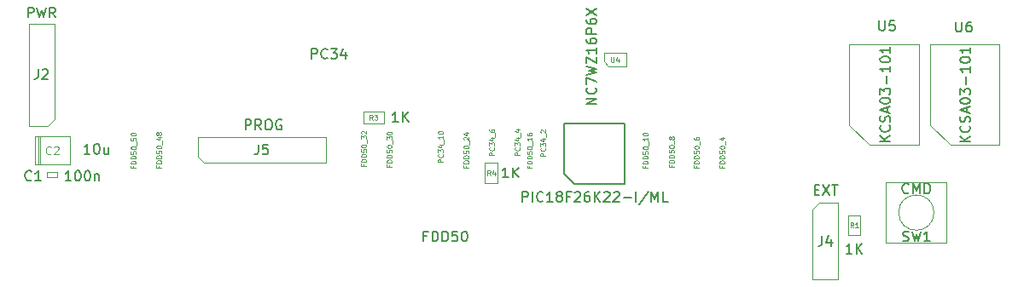
<source format=gbr>
G04 #@! TF.GenerationSoftware,KiCad,Pcbnew,(5.99.0-576-ga860ac506)*
G04 #@! TF.CreationDate,2020-08-23T19:59:58+02:00*
G04 #@! TF.ProjectId,50 pin to 34 pin Floppy Adapter,35302070-696e-4207-946f-203334207069,rev?*
G04 #@! TF.SameCoordinates,Original*
G04 #@! TF.FileFunction,AssemblyDrawing,Top*
%FSLAX46Y46*%
G04 Gerber Fmt 4.6, Leading zero omitted, Abs format (unit mm)*
G04 Created by KiCad (PCBNEW (5.99.0-576-ga860ac506)) date 2020-08-23 19:59:58*
%MOMM*%
%LPD*%
G04 APERTURE LIST*
%ADD10C,0.100000*%
%ADD11C,0.150000*%
%ADD12C,0.075000*%
%ADD13C,0.050000*%
%ADD14C,0.120000*%
G04 APERTURE END LIST*
D10*
X79672000Y-25638500D02*
X80172000Y-26138500D01*
X81872000Y-24788500D02*
X81872000Y-26138500D01*
X79672000Y-24788500D02*
X81872000Y-24788500D01*
X80172000Y-26138500D02*
X81872000Y-26138500D01*
X79672000Y-24788500D02*
X79672000Y-25638500D01*
X23730500Y-33080500D02*
X23730500Y-35880500D01*
X23555500Y-33080500D02*
X23555500Y-35880500D01*
X26705500Y-33080500D02*
X23205500Y-33080500D01*
X26705500Y-35880500D02*
X26705500Y-33080500D01*
X23205500Y-35880500D02*
X26705500Y-35880500D01*
X23205500Y-33080500D02*
X23205500Y-35880500D01*
X24455500Y-36580000D02*
X25455500Y-36580000D01*
X25455500Y-36580000D02*
X25455500Y-37080000D01*
X25455500Y-37080000D02*
X24455500Y-37080000D01*
X24455500Y-37080000D02*
X24455500Y-36580000D01*
X40005000Y-35687000D02*
X39370000Y-35052000D01*
X52070000Y-35687000D02*
X40005000Y-35687000D01*
X52070000Y-33147000D02*
X52070000Y-35687000D01*
X39370000Y-33147000D02*
X52070000Y-33147000D01*
X39370000Y-35052000D02*
X39370000Y-33147000D01*
X69136500Y-35705500D02*
X69136500Y-37705500D01*
X69136500Y-37705500D02*
X67896500Y-37705500D01*
X67896500Y-37705500D02*
X67896500Y-35705500D01*
X67896500Y-35705500D02*
X69136500Y-35705500D01*
X57832500Y-31798500D02*
X55832500Y-31798500D01*
X55832500Y-31798500D02*
X55832500Y-30558500D01*
X55832500Y-30558500D02*
X57832500Y-30558500D01*
X57832500Y-30558500D02*
X57832500Y-31798500D01*
X103901000Y-42910000D02*
X103901000Y-40910000D01*
X103901000Y-40910000D02*
X105141000Y-40910000D01*
X105141000Y-40910000D02*
X105141000Y-42910000D01*
X105141000Y-42910000D02*
X103901000Y-42910000D01*
X112050000Y-23919500D02*
X118950000Y-23919500D01*
X112050000Y-31919500D02*
X112050000Y-23919500D01*
X114050000Y-33919500D02*
X112050000Y-31919500D01*
X118950000Y-33919500D02*
X114050000Y-33919500D01*
X118950000Y-23919500D02*
X118950000Y-33919500D01*
X104049000Y-23919500D02*
X110949000Y-23919500D01*
X104049000Y-31919500D02*
X104049000Y-23919500D01*
X106049000Y-33919500D02*
X104049000Y-31919500D01*
X110949000Y-33919500D02*
X106049000Y-33919500D01*
X110949000Y-23919500D02*
X110949000Y-33919500D01*
X113680500Y-43640000D02*
X113680500Y-37640000D01*
X113680500Y-37640000D02*
X107680500Y-37640000D01*
X107680500Y-37640000D02*
X107680500Y-43640000D01*
X107680500Y-43640000D02*
X113680500Y-43640000D01*
X112431214Y-40640000D02*
G75*
G03*
X112431214Y-40640000I-1750714J0D01*
G01*
D11*
X75716750Y-36774750D02*
X75716750Y-31774750D01*
X75716750Y-31774750D02*
X81716750Y-31774750D01*
X81716750Y-31774750D02*
X81716750Y-37774750D01*
X81716750Y-37774750D02*
X76716750Y-37774750D01*
X76716750Y-37774750D02*
X75716750Y-36774750D01*
D10*
X25146000Y-31369000D02*
X24511000Y-32004000D01*
X25146000Y-21844000D02*
X25146000Y-31369000D01*
X22606000Y-21844000D02*
X25146000Y-21844000D01*
X22606000Y-32004000D02*
X22606000Y-21844000D01*
X24511000Y-32004000D02*
X22606000Y-32004000D01*
X100393500Y-40322500D02*
X101028500Y-39687500D01*
X100393500Y-47307500D02*
X100393500Y-40322500D01*
X102933500Y-47307500D02*
X100393500Y-47307500D01*
X102933500Y-39687500D02*
X102933500Y-47307500D01*
X101028500Y-39687500D02*
X102933500Y-39687500D01*
D11*
X78938380Y-29860285D02*
X77938380Y-29860285D01*
X78938380Y-29288857D01*
X77938380Y-29288857D01*
X78843142Y-28241238D02*
X78890761Y-28288857D01*
X78938380Y-28431714D01*
X78938380Y-28526952D01*
X78890761Y-28669809D01*
X78795523Y-28765047D01*
X78700285Y-28812666D01*
X78509809Y-28860285D01*
X78366952Y-28860285D01*
X78176476Y-28812666D01*
X78081238Y-28765047D01*
X77986000Y-28669809D01*
X77938380Y-28526952D01*
X77938380Y-28431714D01*
X77986000Y-28288857D01*
X78033619Y-28241238D01*
X77938380Y-27907904D02*
X77938380Y-27241238D01*
X78938380Y-27669809D01*
X77938380Y-26955523D02*
X78938380Y-26717428D01*
X78224095Y-26526952D01*
X78938380Y-26336476D01*
X77938380Y-26098380D01*
X77938380Y-25812666D02*
X77938380Y-25146000D01*
X78938380Y-25812666D01*
X78938380Y-25146000D01*
X78938380Y-24241238D02*
X78938380Y-24812666D01*
X78938380Y-24526952D02*
X77938380Y-24526952D01*
X78081238Y-24622190D01*
X78176476Y-24717428D01*
X78224095Y-24812666D01*
X77938380Y-23384095D02*
X77938380Y-23574571D01*
X77986000Y-23669809D01*
X78033619Y-23717428D01*
X78176476Y-23812666D01*
X78366952Y-23860285D01*
X78747904Y-23860285D01*
X78843142Y-23812666D01*
X78890761Y-23765047D01*
X78938380Y-23669809D01*
X78938380Y-23479333D01*
X78890761Y-23384095D01*
X78843142Y-23336476D01*
X78747904Y-23288857D01*
X78509809Y-23288857D01*
X78414571Y-23336476D01*
X78366952Y-23384095D01*
X78319333Y-23479333D01*
X78319333Y-23669809D01*
X78366952Y-23765047D01*
X78414571Y-23812666D01*
X78509809Y-23860285D01*
X78938380Y-22860285D02*
X77938380Y-22860285D01*
X77938380Y-22479333D01*
X77986000Y-22384095D01*
X78033619Y-22336476D01*
X78128857Y-22288857D01*
X78271714Y-22288857D01*
X78366952Y-22336476D01*
X78414571Y-22384095D01*
X78462190Y-22479333D01*
X78462190Y-22860285D01*
X77938380Y-21431714D02*
X77938380Y-21622190D01*
X77986000Y-21717428D01*
X78033619Y-21765047D01*
X78176476Y-21860285D01*
X78366952Y-21907904D01*
X78747904Y-21907904D01*
X78843142Y-21860285D01*
X78890761Y-21812666D01*
X78938380Y-21717428D01*
X78938380Y-21526952D01*
X78890761Y-21431714D01*
X78843142Y-21384095D01*
X78747904Y-21336476D01*
X78509809Y-21336476D01*
X78414571Y-21384095D01*
X78366952Y-21431714D01*
X78319333Y-21526952D01*
X78319333Y-21717428D01*
X78366952Y-21812666D01*
X78414571Y-21860285D01*
X78509809Y-21907904D01*
X77938380Y-21003142D02*
X78938380Y-20336476D01*
X77938380Y-20336476D02*
X78938380Y-21003142D01*
D12*
X80391047Y-25189690D02*
X80391047Y-25594452D01*
X80414857Y-25642071D01*
X80438666Y-25665880D01*
X80486285Y-25689690D01*
X80581523Y-25689690D01*
X80629142Y-25665880D01*
X80652952Y-25642071D01*
X80676761Y-25594452D01*
X80676761Y-25189690D01*
X81129142Y-25356357D02*
X81129142Y-25689690D01*
X81010095Y-25165880D02*
X80891047Y-25523023D01*
X81200571Y-25523023D01*
D13*
X71346190Y-34940714D02*
X70846190Y-34940714D01*
X70846190Y-34750238D01*
X70870000Y-34702619D01*
X70893809Y-34678809D01*
X70941428Y-34655000D01*
X71012857Y-34655000D01*
X71060476Y-34678809D01*
X71084285Y-34702619D01*
X71108095Y-34750238D01*
X71108095Y-34940714D01*
X71298571Y-34155000D02*
X71322380Y-34178809D01*
X71346190Y-34250238D01*
X71346190Y-34297857D01*
X71322380Y-34369285D01*
X71274761Y-34416904D01*
X71227142Y-34440714D01*
X71131904Y-34464523D01*
X71060476Y-34464523D01*
X70965238Y-34440714D01*
X70917619Y-34416904D01*
X70870000Y-34369285D01*
X70846190Y-34297857D01*
X70846190Y-34250238D01*
X70870000Y-34178809D01*
X70893809Y-34155000D01*
X70846190Y-33988333D02*
X70846190Y-33678809D01*
X71036666Y-33845476D01*
X71036666Y-33774047D01*
X71060476Y-33726428D01*
X71084285Y-33702619D01*
X71131904Y-33678809D01*
X71250952Y-33678809D01*
X71298571Y-33702619D01*
X71322380Y-33726428D01*
X71346190Y-33774047D01*
X71346190Y-33916904D01*
X71322380Y-33964523D01*
X71298571Y-33988333D01*
X71012857Y-33250238D02*
X71346190Y-33250238D01*
X70822380Y-33369285D02*
X71179523Y-33488333D01*
X71179523Y-33178809D01*
X71393809Y-33107380D02*
X71393809Y-32726428D01*
X71012857Y-32393095D02*
X71346190Y-32393095D01*
X70822380Y-32512142D02*
X71179523Y-32631190D01*
X71179523Y-32321666D01*
D11*
X62134976Y-42981571D02*
X61801642Y-42981571D01*
X61801642Y-43505380D02*
X61801642Y-42505380D01*
X62277833Y-42505380D01*
X62658785Y-43505380D02*
X62658785Y-42505380D01*
X62896880Y-42505380D01*
X63039738Y-42553000D01*
X63134976Y-42648238D01*
X63182595Y-42743476D01*
X63230214Y-42933952D01*
X63230214Y-43076809D01*
X63182595Y-43267285D01*
X63134976Y-43362523D01*
X63039738Y-43457761D01*
X62896880Y-43505380D01*
X62658785Y-43505380D01*
X63658785Y-43505380D02*
X63658785Y-42505380D01*
X63896880Y-42505380D01*
X64039738Y-42553000D01*
X64134976Y-42648238D01*
X64182595Y-42743476D01*
X64230214Y-42933952D01*
X64230214Y-43076809D01*
X64182595Y-43267285D01*
X64134976Y-43362523D01*
X64039738Y-43457761D01*
X63896880Y-43505380D01*
X63658785Y-43505380D01*
X65134976Y-42505380D02*
X64658785Y-42505380D01*
X64611166Y-42981571D01*
X64658785Y-42933952D01*
X64754023Y-42886333D01*
X64992119Y-42886333D01*
X65087357Y-42933952D01*
X65134976Y-42981571D01*
X65182595Y-43076809D01*
X65182595Y-43314904D01*
X65134976Y-43410142D01*
X65087357Y-43457761D01*
X64992119Y-43505380D01*
X64754023Y-43505380D01*
X64658785Y-43457761D01*
X64611166Y-43410142D01*
X65801642Y-42505380D02*
X65896880Y-42505380D01*
X65992119Y-42553000D01*
X66039738Y-42600619D01*
X66087357Y-42695857D01*
X66134976Y-42886333D01*
X66134976Y-43124428D01*
X66087357Y-43314904D01*
X66039738Y-43410142D01*
X65992119Y-43457761D01*
X65896880Y-43505380D01*
X65801642Y-43505380D01*
X65706404Y-43457761D01*
X65658785Y-43410142D01*
X65611166Y-43314904D01*
X65563547Y-43124428D01*
X65563547Y-42886333D01*
X65611166Y-42695857D01*
X65658785Y-42600619D01*
X65706404Y-42553000D01*
X65801642Y-42505380D01*
X28694142Y-34805880D02*
X28122714Y-34805880D01*
X28408428Y-34805880D02*
X28408428Y-33805880D01*
X28313190Y-33948738D01*
X28217952Y-34043976D01*
X28122714Y-34091595D01*
X29313190Y-33805880D02*
X29408428Y-33805880D01*
X29503666Y-33853500D01*
X29551285Y-33901119D01*
X29598904Y-33996357D01*
X29646523Y-34186833D01*
X29646523Y-34424928D01*
X29598904Y-34615404D01*
X29551285Y-34710642D01*
X29503666Y-34758261D01*
X29408428Y-34805880D01*
X29313190Y-34805880D01*
X29217952Y-34758261D01*
X29170333Y-34710642D01*
X29122714Y-34615404D01*
X29075095Y-34424928D01*
X29075095Y-34186833D01*
X29122714Y-33996357D01*
X29170333Y-33901119D01*
X29217952Y-33853500D01*
X29313190Y-33805880D01*
X30503666Y-34139214D02*
X30503666Y-34805880D01*
X30075095Y-34139214D02*
X30075095Y-34663023D01*
X30122714Y-34758261D01*
X30217952Y-34805880D01*
X30360809Y-34805880D01*
X30456047Y-34758261D01*
X30503666Y-34710642D01*
D14*
X24822166Y-34766214D02*
X24784071Y-34804309D01*
X24669785Y-34842404D01*
X24593595Y-34842404D01*
X24479309Y-34804309D01*
X24403119Y-34728119D01*
X24365023Y-34651928D01*
X24326928Y-34499547D01*
X24326928Y-34385261D01*
X24365023Y-34232880D01*
X24403119Y-34156690D01*
X24479309Y-34080500D01*
X24593595Y-34042404D01*
X24669785Y-34042404D01*
X24784071Y-34080500D01*
X24822166Y-34118595D01*
X25126928Y-34118595D02*
X25165023Y-34080500D01*
X25241214Y-34042404D01*
X25431690Y-34042404D01*
X25507880Y-34080500D01*
X25545976Y-34118595D01*
X25584071Y-34194785D01*
X25584071Y-34270976D01*
X25545976Y-34385261D01*
X25088833Y-34842404D01*
X25584071Y-34842404D01*
D11*
X26820952Y-37472880D02*
X26249523Y-37472880D01*
X26535238Y-37472880D02*
X26535238Y-36472880D01*
X26440000Y-36615738D01*
X26344761Y-36710976D01*
X26249523Y-36758595D01*
X27440000Y-36472880D02*
X27535238Y-36472880D01*
X27630476Y-36520500D01*
X27678095Y-36568119D01*
X27725714Y-36663357D01*
X27773333Y-36853833D01*
X27773333Y-37091928D01*
X27725714Y-37282404D01*
X27678095Y-37377642D01*
X27630476Y-37425261D01*
X27535238Y-37472880D01*
X27440000Y-37472880D01*
X27344761Y-37425261D01*
X27297142Y-37377642D01*
X27249523Y-37282404D01*
X27201904Y-37091928D01*
X27201904Y-36853833D01*
X27249523Y-36663357D01*
X27297142Y-36568119D01*
X27344761Y-36520500D01*
X27440000Y-36472880D01*
X28392380Y-36472880D02*
X28487619Y-36472880D01*
X28582857Y-36520500D01*
X28630476Y-36568119D01*
X28678095Y-36663357D01*
X28725714Y-36853833D01*
X28725714Y-37091928D01*
X28678095Y-37282404D01*
X28630476Y-37377642D01*
X28582857Y-37425261D01*
X28487619Y-37472880D01*
X28392380Y-37472880D01*
X28297142Y-37425261D01*
X28249523Y-37377642D01*
X28201904Y-37282404D01*
X28154285Y-37091928D01*
X28154285Y-36853833D01*
X28201904Y-36663357D01*
X28249523Y-36568119D01*
X28297142Y-36520500D01*
X28392380Y-36472880D01*
X29154285Y-36806214D02*
X29154285Y-37472880D01*
X29154285Y-36901452D02*
X29201904Y-36853833D01*
X29297142Y-36806214D01*
X29440000Y-36806214D01*
X29535238Y-36853833D01*
X29582857Y-36949071D01*
X29582857Y-37472880D01*
X22883833Y-37377642D02*
X22836214Y-37425261D01*
X22693357Y-37472880D01*
X22598119Y-37472880D01*
X22455261Y-37425261D01*
X22360023Y-37330023D01*
X22312404Y-37234785D01*
X22264785Y-37044309D01*
X22264785Y-36901452D01*
X22312404Y-36710976D01*
X22360023Y-36615738D01*
X22455261Y-36520500D01*
X22598119Y-36472880D01*
X22693357Y-36472880D01*
X22836214Y-36520500D01*
X22883833Y-36568119D01*
X23836214Y-37472880D02*
X23264785Y-37472880D01*
X23550500Y-37472880D02*
X23550500Y-36472880D01*
X23455261Y-36615738D01*
X23360023Y-36710976D01*
X23264785Y-36758595D01*
X44124785Y-32392880D02*
X44124785Y-31392880D01*
X44505738Y-31392880D01*
X44600976Y-31440500D01*
X44648595Y-31488119D01*
X44696214Y-31583357D01*
X44696214Y-31726214D01*
X44648595Y-31821452D01*
X44600976Y-31869071D01*
X44505738Y-31916690D01*
X44124785Y-31916690D01*
X45696214Y-32392880D02*
X45362880Y-31916690D01*
X45124785Y-32392880D02*
X45124785Y-31392880D01*
X45505738Y-31392880D01*
X45600976Y-31440500D01*
X45648595Y-31488119D01*
X45696214Y-31583357D01*
X45696214Y-31726214D01*
X45648595Y-31821452D01*
X45600976Y-31869071D01*
X45505738Y-31916690D01*
X45124785Y-31916690D01*
X46315261Y-31392880D02*
X46505738Y-31392880D01*
X46600976Y-31440500D01*
X46696214Y-31535738D01*
X46743833Y-31726214D01*
X46743833Y-32059547D01*
X46696214Y-32250023D01*
X46600976Y-32345261D01*
X46505738Y-32392880D01*
X46315261Y-32392880D01*
X46220023Y-32345261D01*
X46124785Y-32250023D01*
X46077166Y-32059547D01*
X46077166Y-31726214D01*
X46124785Y-31535738D01*
X46220023Y-31440500D01*
X46315261Y-31392880D01*
X47696214Y-31440500D02*
X47600976Y-31392880D01*
X47458119Y-31392880D01*
X47315261Y-31440500D01*
X47220023Y-31535738D01*
X47172404Y-31630976D01*
X47124785Y-31821452D01*
X47124785Y-31964309D01*
X47172404Y-32154785D01*
X47220023Y-32250023D01*
X47315261Y-32345261D01*
X47458119Y-32392880D01*
X47553357Y-32392880D01*
X47696214Y-32345261D01*
X47743833Y-32297642D01*
X47743833Y-31964309D01*
X47553357Y-31964309D01*
X45386666Y-33869380D02*
X45386666Y-34583666D01*
X45339047Y-34726523D01*
X45243809Y-34821761D01*
X45100952Y-34869380D01*
X45005714Y-34869380D01*
X46339047Y-33869380D02*
X45862857Y-33869380D01*
X45815238Y-34345571D01*
X45862857Y-34297952D01*
X45958095Y-34250333D01*
X46196190Y-34250333D01*
X46291428Y-34297952D01*
X46339047Y-34345571D01*
X46386666Y-34440809D01*
X46386666Y-34678904D01*
X46339047Y-34774142D01*
X46291428Y-34821761D01*
X46196190Y-34869380D01*
X45958095Y-34869380D01*
X45862857Y-34821761D01*
X45815238Y-34774142D01*
X70207214Y-37157880D02*
X69635785Y-37157880D01*
X69921500Y-37157880D02*
X69921500Y-36157880D01*
X69826261Y-36300738D01*
X69731023Y-36395976D01*
X69635785Y-36443595D01*
X70635785Y-37157880D02*
X70635785Y-36157880D01*
X71207214Y-37157880D02*
X70778642Y-36586452D01*
X71207214Y-36157880D02*
X70635785Y-36729309D01*
D12*
X68433166Y-36931690D02*
X68266500Y-36693595D01*
X68147452Y-36931690D02*
X68147452Y-36431690D01*
X68337928Y-36431690D01*
X68385547Y-36455500D01*
X68409357Y-36479309D01*
X68433166Y-36526928D01*
X68433166Y-36598357D01*
X68409357Y-36645976D01*
X68385547Y-36669785D01*
X68337928Y-36693595D01*
X68147452Y-36693595D01*
X68861738Y-36598357D02*
X68861738Y-36931690D01*
X68742690Y-36407880D02*
X68623642Y-36765023D01*
X68933166Y-36765023D01*
D11*
X59285214Y-31630880D02*
X58713785Y-31630880D01*
X58999500Y-31630880D02*
X58999500Y-30630880D01*
X58904261Y-30773738D01*
X58809023Y-30868976D01*
X58713785Y-30916595D01*
X59713785Y-31630880D02*
X59713785Y-30630880D01*
X60285214Y-31630880D02*
X59856642Y-31059452D01*
X60285214Y-30630880D02*
X59713785Y-31202309D01*
D12*
X56749166Y-31404690D02*
X56582500Y-31166595D01*
X56463452Y-31404690D02*
X56463452Y-30904690D01*
X56653928Y-30904690D01*
X56701547Y-30928500D01*
X56725357Y-30952309D01*
X56749166Y-30999928D01*
X56749166Y-31071357D01*
X56725357Y-31118976D01*
X56701547Y-31142785D01*
X56653928Y-31166595D01*
X56463452Y-31166595D01*
X56915833Y-30904690D02*
X57225357Y-30904690D01*
X57058690Y-31095166D01*
X57130119Y-31095166D01*
X57177738Y-31118976D01*
X57201547Y-31142785D01*
X57225357Y-31190404D01*
X57225357Y-31309452D01*
X57201547Y-31357071D01*
X57177738Y-31380880D01*
X57130119Y-31404690D01*
X56987261Y-31404690D01*
X56939642Y-31380880D01*
X56915833Y-31357071D01*
D11*
X104306714Y-44711880D02*
X103735285Y-44711880D01*
X104021000Y-44711880D02*
X104021000Y-43711880D01*
X103925761Y-43854738D01*
X103830523Y-43949976D01*
X103735285Y-43997595D01*
X104735285Y-44711880D02*
X104735285Y-43711880D01*
X105306714Y-44711880D02*
X104878142Y-44140452D01*
X105306714Y-43711880D02*
X104735285Y-44283309D01*
D12*
X104437666Y-42136190D02*
X104271000Y-41898095D01*
X104151952Y-42136190D02*
X104151952Y-41636190D01*
X104342428Y-41636190D01*
X104390047Y-41660000D01*
X104413857Y-41683809D01*
X104437666Y-41731428D01*
X104437666Y-41802857D01*
X104413857Y-41850476D01*
X104390047Y-41874285D01*
X104342428Y-41898095D01*
X104151952Y-41898095D01*
X104913857Y-42136190D02*
X104628142Y-42136190D01*
X104771000Y-42136190D02*
X104771000Y-41636190D01*
X104723380Y-41707619D01*
X104675761Y-41755238D01*
X104628142Y-41779047D01*
D11*
X116022380Y-33596166D02*
X115022380Y-33596166D01*
X116022380Y-33024738D02*
X115450952Y-33453309D01*
X115022380Y-33024738D02*
X115593809Y-33596166D01*
X115927142Y-32024738D02*
X115974761Y-32072357D01*
X116022380Y-32215214D01*
X116022380Y-32310452D01*
X115974761Y-32453309D01*
X115879523Y-32548547D01*
X115784285Y-32596166D01*
X115593809Y-32643785D01*
X115450952Y-32643785D01*
X115260476Y-32596166D01*
X115165238Y-32548547D01*
X115070000Y-32453309D01*
X115022380Y-32310452D01*
X115022380Y-32215214D01*
X115070000Y-32072357D01*
X115117619Y-32024738D01*
X115974761Y-31643785D02*
X116022380Y-31500928D01*
X116022380Y-31262833D01*
X115974761Y-31167595D01*
X115927142Y-31119976D01*
X115831904Y-31072357D01*
X115736666Y-31072357D01*
X115641428Y-31119976D01*
X115593809Y-31167595D01*
X115546190Y-31262833D01*
X115498571Y-31453309D01*
X115450952Y-31548547D01*
X115403333Y-31596166D01*
X115308095Y-31643785D01*
X115212857Y-31643785D01*
X115117619Y-31596166D01*
X115070000Y-31548547D01*
X115022380Y-31453309D01*
X115022380Y-31215214D01*
X115070000Y-31072357D01*
X115736666Y-30691404D02*
X115736666Y-30215214D01*
X116022380Y-30786642D02*
X115022380Y-30453309D01*
X116022380Y-30119976D01*
X115022380Y-29596166D02*
X115022380Y-29500928D01*
X115070000Y-29405690D01*
X115117619Y-29358071D01*
X115212857Y-29310452D01*
X115403333Y-29262833D01*
X115641428Y-29262833D01*
X115831904Y-29310452D01*
X115927142Y-29358071D01*
X115974761Y-29405690D01*
X116022380Y-29500928D01*
X116022380Y-29596166D01*
X115974761Y-29691404D01*
X115927142Y-29739023D01*
X115831904Y-29786642D01*
X115641428Y-29834261D01*
X115403333Y-29834261D01*
X115212857Y-29786642D01*
X115117619Y-29739023D01*
X115070000Y-29691404D01*
X115022380Y-29596166D01*
X115022380Y-28929500D02*
X115022380Y-28310452D01*
X115403333Y-28643785D01*
X115403333Y-28500928D01*
X115450952Y-28405690D01*
X115498571Y-28358071D01*
X115593809Y-28310452D01*
X115831904Y-28310452D01*
X115927142Y-28358071D01*
X115974761Y-28405690D01*
X116022380Y-28500928D01*
X116022380Y-28786642D01*
X115974761Y-28881880D01*
X115927142Y-28929500D01*
X115641428Y-27881880D02*
X115641428Y-27119976D01*
X116022380Y-26119976D02*
X116022380Y-26691404D01*
X116022380Y-26405690D02*
X115022380Y-26405690D01*
X115165238Y-26500928D01*
X115260476Y-26596166D01*
X115308095Y-26691404D01*
X115022380Y-25500928D02*
X115022380Y-25405690D01*
X115070000Y-25310452D01*
X115117619Y-25262833D01*
X115212857Y-25215214D01*
X115403333Y-25167595D01*
X115641428Y-25167595D01*
X115831904Y-25215214D01*
X115927142Y-25262833D01*
X115974761Y-25310452D01*
X116022380Y-25405690D01*
X116022380Y-25500928D01*
X115974761Y-25596166D01*
X115927142Y-25643785D01*
X115831904Y-25691404D01*
X115641428Y-25739023D01*
X115403333Y-25739023D01*
X115212857Y-25691404D01*
X115117619Y-25643785D01*
X115070000Y-25596166D01*
X115022380Y-25500928D01*
X116022380Y-24215214D02*
X116022380Y-24786642D01*
X116022380Y-24500928D02*
X115022380Y-24500928D01*
X115165238Y-24596166D01*
X115260476Y-24691404D01*
X115308095Y-24786642D01*
X114617595Y-21677380D02*
X114617595Y-22486904D01*
X114665214Y-22582142D01*
X114712833Y-22629761D01*
X114808071Y-22677380D01*
X114998547Y-22677380D01*
X115093785Y-22629761D01*
X115141404Y-22582142D01*
X115189023Y-22486904D01*
X115189023Y-21677380D01*
X116093785Y-21677380D02*
X115903309Y-21677380D01*
X115808071Y-21725000D01*
X115760452Y-21772619D01*
X115665214Y-21915476D01*
X115617595Y-22105952D01*
X115617595Y-22486904D01*
X115665214Y-22582142D01*
X115712833Y-22629761D01*
X115808071Y-22677380D01*
X115998547Y-22677380D01*
X116093785Y-22629761D01*
X116141404Y-22582142D01*
X116189023Y-22486904D01*
X116189023Y-22248809D01*
X116141404Y-22153571D01*
X116093785Y-22105952D01*
X115998547Y-22058333D01*
X115808071Y-22058333D01*
X115712833Y-22105952D01*
X115665214Y-22153571D01*
X115617595Y-22248809D01*
X108084880Y-33559166D02*
X107084880Y-33559166D01*
X108084880Y-32987738D02*
X107513452Y-33416309D01*
X107084880Y-32987738D02*
X107656309Y-33559166D01*
X107989642Y-31987738D02*
X108037261Y-32035357D01*
X108084880Y-32178214D01*
X108084880Y-32273452D01*
X108037261Y-32416309D01*
X107942023Y-32511547D01*
X107846785Y-32559166D01*
X107656309Y-32606785D01*
X107513452Y-32606785D01*
X107322976Y-32559166D01*
X107227738Y-32511547D01*
X107132500Y-32416309D01*
X107084880Y-32273452D01*
X107084880Y-32178214D01*
X107132500Y-32035357D01*
X107180119Y-31987738D01*
X108037261Y-31606785D02*
X108084880Y-31463928D01*
X108084880Y-31225833D01*
X108037261Y-31130595D01*
X107989642Y-31082976D01*
X107894404Y-31035357D01*
X107799166Y-31035357D01*
X107703928Y-31082976D01*
X107656309Y-31130595D01*
X107608690Y-31225833D01*
X107561071Y-31416309D01*
X107513452Y-31511547D01*
X107465833Y-31559166D01*
X107370595Y-31606785D01*
X107275357Y-31606785D01*
X107180119Y-31559166D01*
X107132500Y-31511547D01*
X107084880Y-31416309D01*
X107084880Y-31178214D01*
X107132500Y-31035357D01*
X107799166Y-30654404D02*
X107799166Y-30178214D01*
X108084880Y-30749642D02*
X107084880Y-30416309D01*
X108084880Y-30082976D01*
X107084880Y-29559166D02*
X107084880Y-29463928D01*
X107132500Y-29368690D01*
X107180119Y-29321071D01*
X107275357Y-29273452D01*
X107465833Y-29225833D01*
X107703928Y-29225833D01*
X107894404Y-29273452D01*
X107989642Y-29321071D01*
X108037261Y-29368690D01*
X108084880Y-29463928D01*
X108084880Y-29559166D01*
X108037261Y-29654404D01*
X107989642Y-29702023D01*
X107894404Y-29749642D01*
X107703928Y-29797261D01*
X107465833Y-29797261D01*
X107275357Y-29749642D01*
X107180119Y-29702023D01*
X107132500Y-29654404D01*
X107084880Y-29559166D01*
X107084880Y-28892500D02*
X107084880Y-28273452D01*
X107465833Y-28606785D01*
X107465833Y-28463928D01*
X107513452Y-28368690D01*
X107561071Y-28321071D01*
X107656309Y-28273452D01*
X107894404Y-28273452D01*
X107989642Y-28321071D01*
X108037261Y-28368690D01*
X108084880Y-28463928D01*
X108084880Y-28749642D01*
X108037261Y-28844880D01*
X107989642Y-28892500D01*
X107703928Y-27844880D02*
X107703928Y-27082976D01*
X108084880Y-26082976D02*
X108084880Y-26654404D01*
X108084880Y-26368690D02*
X107084880Y-26368690D01*
X107227738Y-26463928D01*
X107322976Y-26559166D01*
X107370595Y-26654404D01*
X107084880Y-25463928D02*
X107084880Y-25368690D01*
X107132500Y-25273452D01*
X107180119Y-25225833D01*
X107275357Y-25178214D01*
X107465833Y-25130595D01*
X107703928Y-25130595D01*
X107894404Y-25178214D01*
X107989642Y-25225833D01*
X108037261Y-25273452D01*
X108084880Y-25368690D01*
X108084880Y-25463928D01*
X108037261Y-25559166D01*
X107989642Y-25606785D01*
X107894404Y-25654404D01*
X107703928Y-25702023D01*
X107465833Y-25702023D01*
X107275357Y-25654404D01*
X107180119Y-25606785D01*
X107132500Y-25559166D01*
X107084880Y-25463928D01*
X108084880Y-24178214D02*
X108084880Y-24749642D01*
X108084880Y-24463928D02*
X107084880Y-24463928D01*
X107227738Y-24559166D01*
X107322976Y-24654404D01*
X107370595Y-24749642D01*
X106997595Y-21550380D02*
X106997595Y-22359904D01*
X107045214Y-22455142D01*
X107092833Y-22502761D01*
X107188071Y-22550380D01*
X107378547Y-22550380D01*
X107473785Y-22502761D01*
X107521404Y-22455142D01*
X107569023Y-22359904D01*
X107569023Y-21550380D01*
X108521404Y-21550380D02*
X108045214Y-21550380D01*
X107997595Y-22026571D01*
X108045214Y-21978952D01*
X108140452Y-21931333D01*
X108378547Y-21931333D01*
X108473785Y-21978952D01*
X108521404Y-22026571D01*
X108569023Y-22121809D01*
X108569023Y-22359904D01*
X108521404Y-22455142D01*
X108473785Y-22502761D01*
X108378547Y-22550380D01*
X108140452Y-22550380D01*
X108045214Y-22502761D01*
X107997595Y-22455142D01*
X109918595Y-38647642D02*
X109870976Y-38695261D01*
X109728119Y-38742880D01*
X109632880Y-38742880D01*
X109490023Y-38695261D01*
X109394785Y-38600023D01*
X109347166Y-38504785D01*
X109299547Y-38314309D01*
X109299547Y-38171452D01*
X109347166Y-37980976D01*
X109394785Y-37885738D01*
X109490023Y-37790500D01*
X109632880Y-37742880D01*
X109728119Y-37742880D01*
X109870976Y-37790500D01*
X109918595Y-37838119D01*
X110347166Y-38742880D02*
X110347166Y-37742880D01*
X110680500Y-38457166D01*
X111013833Y-37742880D01*
X111013833Y-38742880D01*
X111490023Y-38742880D02*
X111490023Y-37742880D01*
X111728119Y-37742880D01*
X111870976Y-37790500D01*
X111966214Y-37885738D01*
X112013833Y-37980976D01*
X112061452Y-38171452D01*
X112061452Y-38314309D01*
X112013833Y-38504785D01*
X111966214Y-38600023D01*
X111870976Y-38695261D01*
X111728119Y-38742880D01*
X111490023Y-38742880D01*
X109347166Y-43457761D02*
X109490023Y-43505380D01*
X109728119Y-43505380D01*
X109823357Y-43457761D01*
X109870976Y-43410142D01*
X109918595Y-43314904D01*
X109918595Y-43219666D01*
X109870976Y-43124428D01*
X109823357Y-43076809D01*
X109728119Y-43029190D01*
X109537642Y-42981571D01*
X109442404Y-42933952D01*
X109394785Y-42886333D01*
X109347166Y-42791095D01*
X109347166Y-42695857D01*
X109394785Y-42600619D01*
X109442404Y-42553000D01*
X109537642Y-42505380D01*
X109775738Y-42505380D01*
X109918595Y-42553000D01*
X110251928Y-42505380D02*
X110490023Y-43505380D01*
X110680500Y-42791095D01*
X110870976Y-43505380D01*
X111109071Y-42505380D01*
X112013833Y-43505380D02*
X111442404Y-43505380D01*
X111728119Y-43505380D02*
X111728119Y-42505380D01*
X111632880Y-42648238D01*
X111537642Y-42743476D01*
X111442404Y-42791095D01*
X71597142Y-39568380D02*
X71597142Y-38568380D01*
X71978095Y-38568380D01*
X72073333Y-38616000D01*
X72120952Y-38663619D01*
X72168571Y-38758857D01*
X72168571Y-38901714D01*
X72120952Y-38996952D01*
X72073333Y-39044571D01*
X71978095Y-39092190D01*
X71597142Y-39092190D01*
X72597142Y-39568380D02*
X72597142Y-38568380D01*
X73644761Y-39473142D02*
X73597142Y-39520761D01*
X73454285Y-39568380D01*
X73359047Y-39568380D01*
X73216190Y-39520761D01*
X73120952Y-39425523D01*
X73073333Y-39330285D01*
X73025714Y-39139809D01*
X73025714Y-38996952D01*
X73073333Y-38806476D01*
X73120952Y-38711238D01*
X73216190Y-38616000D01*
X73359047Y-38568380D01*
X73454285Y-38568380D01*
X73597142Y-38616000D01*
X73644761Y-38663619D01*
X74597142Y-39568380D02*
X74025714Y-39568380D01*
X74311428Y-39568380D02*
X74311428Y-38568380D01*
X74216190Y-38711238D01*
X74120952Y-38806476D01*
X74025714Y-38854095D01*
X75168571Y-38996952D02*
X75073333Y-38949333D01*
X75025714Y-38901714D01*
X74978095Y-38806476D01*
X74978095Y-38758857D01*
X75025714Y-38663619D01*
X75073333Y-38616000D01*
X75168571Y-38568380D01*
X75359047Y-38568380D01*
X75454285Y-38616000D01*
X75501904Y-38663619D01*
X75549523Y-38758857D01*
X75549523Y-38806476D01*
X75501904Y-38901714D01*
X75454285Y-38949333D01*
X75359047Y-38996952D01*
X75168571Y-38996952D01*
X75073333Y-39044571D01*
X75025714Y-39092190D01*
X74978095Y-39187428D01*
X74978095Y-39377904D01*
X75025714Y-39473142D01*
X75073333Y-39520761D01*
X75168571Y-39568380D01*
X75359047Y-39568380D01*
X75454285Y-39520761D01*
X75501904Y-39473142D01*
X75549523Y-39377904D01*
X75549523Y-39187428D01*
X75501904Y-39092190D01*
X75454285Y-39044571D01*
X75359047Y-38996952D01*
X76311428Y-39044571D02*
X75978095Y-39044571D01*
X75978095Y-39568380D02*
X75978095Y-38568380D01*
X76454285Y-38568380D01*
X76787619Y-38663619D02*
X76835238Y-38616000D01*
X76930476Y-38568380D01*
X77168571Y-38568380D01*
X77263809Y-38616000D01*
X77311428Y-38663619D01*
X77359047Y-38758857D01*
X77359047Y-38854095D01*
X77311428Y-38996952D01*
X76740000Y-39568380D01*
X77359047Y-39568380D01*
X78216190Y-38568380D02*
X78025714Y-38568380D01*
X77930476Y-38616000D01*
X77882857Y-38663619D01*
X77787619Y-38806476D01*
X77740000Y-38996952D01*
X77740000Y-39377904D01*
X77787619Y-39473142D01*
X77835238Y-39520761D01*
X77930476Y-39568380D01*
X78120952Y-39568380D01*
X78216190Y-39520761D01*
X78263809Y-39473142D01*
X78311428Y-39377904D01*
X78311428Y-39139809D01*
X78263809Y-39044571D01*
X78216190Y-38996952D01*
X78120952Y-38949333D01*
X77930476Y-38949333D01*
X77835238Y-38996952D01*
X77787619Y-39044571D01*
X77740000Y-39139809D01*
X78740000Y-39568380D02*
X78740000Y-38568380D01*
X79311428Y-39568380D02*
X78882857Y-38996952D01*
X79311428Y-38568380D02*
X78740000Y-39139809D01*
X79692380Y-38663619D02*
X79740000Y-38616000D01*
X79835238Y-38568380D01*
X80073333Y-38568380D01*
X80168571Y-38616000D01*
X80216190Y-38663619D01*
X80263809Y-38758857D01*
X80263809Y-38854095D01*
X80216190Y-38996952D01*
X79644761Y-39568380D01*
X80263809Y-39568380D01*
X80644761Y-38663619D02*
X80692380Y-38616000D01*
X80787619Y-38568380D01*
X81025714Y-38568380D01*
X81120952Y-38616000D01*
X81168571Y-38663619D01*
X81216190Y-38758857D01*
X81216190Y-38854095D01*
X81168571Y-38996952D01*
X80597142Y-39568380D01*
X81216190Y-39568380D01*
X81644761Y-39187428D02*
X82406666Y-39187428D01*
X82882857Y-39568380D02*
X82882857Y-38568380D01*
X84073333Y-38520761D02*
X83216190Y-39806476D01*
X84406666Y-39568380D02*
X84406666Y-38568380D01*
X84739999Y-39282666D01*
X85073333Y-38568380D01*
X85073333Y-39568380D01*
X86025714Y-39568380D02*
X85549523Y-39568380D01*
X85549523Y-38568380D01*
X50673214Y-25344380D02*
X50673214Y-24344380D01*
X51054166Y-24344380D01*
X51149404Y-24392000D01*
X51197023Y-24439619D01*
X51244642Y-24534857D01*
X51244642Y-24677714D01*
X51197023Y-24772952D01*
X51149404Y-24820571D01*
X51054166Y-24868190D01*
X50673214Y-24868190D01*
X52244642Y-25249142D02*
X52197023Y-25296761D01*
X52054166Y-25344380D01*
X51958928Y-25344380D01*
X51816071Y-25296761D01*
X51720833Y-25201523D01*
X51673214Y-25106285D01*
X51625595Y-24915809D01*
X51625595Y-24772952D01*
X51673214Y-24582476D01*
X51720833Y-24487238D01*
X51816071Y-24392000D01*
X51958928Y-24344380D01*
X52054166Y-24344380D01*
X52197023Y-24392000D01*
X52244642Y-24439619D01*
X52577976Y-24344380D02*
X53197023Y-24344380D01*
X52863690Y-24725333D01*
X53006547Y-24725333D01*
X53101785Y-24772952D01*
X53149404Y-24820571D01*
X53197023Y-24915809D01*
X53197023Y-25153904D01*
X53149404Y-25249142D01*
X53101785Y-25296761D01*
X53006547Y-25344380D01*
X52720833Y-25344380D01*
X52625595Y-25296761D01*
X52577976Y-25249142D01*
X54054166Y-24677714D02*
X54054166Y-25344380D01*
X53816071Y-24296761D02*
X53577976Y-25011047D01*
X54197023Y-25011047D01*
X22542666Y-21236380D02*
X22542666Y-20236380D01*
X22923619Y-20236380D01*
X23018857Y-20284000D01*
X23066476Y-20331619D01*
X23114095Y-20426857D01*
X23114095Y-20569714D01*
X23066476Y-20664952D01*
X23018857Y-20712571D01*
X22923619Y-20760190D01*
X22542666Y-20760190D01*
X23447428Y-20236380D02*
X23685523Y-21236380D01*
X23876000Y-20522095D01*
X24066476Y-21236380D01*
X24304571Y-20236380D01*
X25256952Y-21236380D02*
X24923619Y-20760190D01*
X24685523Y-21236380D02*
X24685523Y-20236380D01*
X25066476Y-20236380D01*
X25161714Y-20284000D01*
X25209333Y-20331619D01*
X25256952Y-20426857D01*
X25256952Y-20569714D01*
X25209333Y-20664952D01*
X25161714Y-20712571D01*
X25066476Y-20760190D01*
X24685523Y-20760190D01*
X23542666Y-26376380D02*
X23542666Y-27090666D01*
X23495047Y-27233523D01*
X23399809Y-27328761D01*
X23256952Y-27376380D01*
X23161714Y-27376380D01*
X23971238Y-26471619D02*
X24018857Y-26424000D01*
X24114095Y-26376380D01*
X24352190Y-26376380D01*
X24447428Y-26424000D01*
X24495047Y-26471619D01*
X24542666Y-26566857D01*
X24542666Y-26662095D01*
X24495047Y-26804952D01*
X23923619Y-27376380D01*
X24542666Y-27376380D01*
D13*
X32984285Y-36051928D02*
X32984285Y-36218595D01*
X33246190Y-36218595D02*
X32746190Y-36218595D01*
X32746190Y-35980500D01*
X33246190Y-35790023D02*
X32746190Y-35790023D01*
X32746190Y-35670976D01*
X32770000Y-35599547D01*
X32817619Y-35551928D01*
X32865238Y-35528119D01*
X32960476Y-35504309D01*
X33031904Y-35504309D01*
X33127142Y-35528119D01*
X33174761Y-35551928D01*
X33222380Y-35599547D01*
X33246190Y-35670976D01*
X33246190Y-35790023D01*
X33246190Y-35290023D02*
X32746190Y-35290023D01*
X32746190Y-35170976D01*
X32770000Y-35099547D01*
X32817619Y-35051928D01*
X32865238Y-35028119D01*
X32960476Y-35004309D01*
X33031904Y-35004309D01*
X33127142Y-35028119D01*
X33174761Y-35051928D01*
X33222380Y-35099547D01*
X33246190Y-35170976D01*
X33246190Y-35290023D01*
X32746190Y-34551928D02*
X32746190Y-34790023D01*
X32984285Y-34813833D01*
X32960476Y-34790023D01*
X32936666Y-34742404D01*
X32936666Y-34623357D01*
X32960476Y-34575738D01*
X32984285Y-34551928D01*
X33031904Y-34528119D01*
X33150952Y-34528119D01*
X33198571Y-34551928D01*
X33222380Y-34575738D01*
X33246190Y-34623357D01*
X33246190Y-34742404D01*
X33222380Y-34790023D01*
X33198571Y-34813833D01*
X32746190Y-34218595D02*
X32746190Y-34170976D01*
X32770000Y-34123357D01*
X32793809Y-34099547D01*
X32841428Y-34075738D01*
X32936666Y-34051928D01*
X33055714Y-34051928D01*
X33150952Y-34075738D01*
X33198571Y-34099547D01*
X33222380Y-34123357D01*
X33246190Y-34170976D01*
X33246190Y-34218595D01*
X33222380Y-34266214D01*
X33198571Y-34290023D01*
X33150952Y-34313833D01*
X33055714Y-34337642D01*
X32936666Y-34337642D01*
X32841428Y-34313833D01*
X32793809Y-34290023D01*
X32770000Y-34266214D01*
X32746190Y-34218595D01*
X33293809Y-33956690D02*
X33293809Y-33575738D01*
X32746190Y-33218595D02*
X32746190Y-33456690D01*
X32984285Y-33480500D01*
X32960476Y-33456690D01*
X32936666Y-33409071D01*
X32936666Y-33290023D01*
X32960476Y-33242404D01*
X32984285Y-33218595D01*
X33031904Y-33194785D01*
X33150952Y-33194785D01*
X33198571Y-33218595D01*
X33222380Y-33242404D01*
X33246190Y-33290023D01*
X33246190Y-33409071D01*
X33222380Y-33456690D01*
X33198571Y-33480500D01*
X32746190Y-32885261D02*
X32746190Y-32837642D01*
X32770000Y-32790023D01*
X32793809Y-32766214D01*
X32841428Y-32742404D01*
X32936666Y-32718595D01*
X33055714Y-32718595D01*
X33150952Y-32742404D01*
X33198571Y-32766214D01*
X33222380Y-32790023D01*
X33246190Y-32837642D01*
X33246190Y-32885261D01*
X33222380Y-32932880D01*
X33198571Y-32956690D01*
X33150952Y-32980500D01*
X33055714Y-33004309D01*
X32936666Y-33004309D01*
X32841428Y-32980500D01*
X32793809Y-32956690D01*
X32770000Y-32932880D01*
X32746190Y-32885261D01*
X35524285Y-35988428D02*
X35524285Y-36155095D01*
X35786190Y-36155095D02*
X35286190Y-36155095D01*
X35286190Y-35917000D01*
X35786190Y-35726523D02*
X35286190Y-35726523D01*
X35286190Y-35607476D01*
X35310000Y-35536047D01*
X35357619Y-35488428D01*
X35405238Y-35464619D01*
X35500476Y-35440809D01*
X35571904Y-35440809D01*
X35667142Y-35464619D01*
X35714761Y-35488428D01*
X35762380Y-35536047D01*
X35786190Y-35607476D01*
X35786190Y-35726523D01*
X35786190Y-35226523D02*
X35286190Y-35226523D01*
X35286190Y-35107476D01*
X35310000Y-35036047D01*
X35357619Y-34988428D01*
X35405238Y-34964619D01*
X35500476Y-34940809D01*
X35571904Y-34940809D01*
X35667142Y-34964619D01*
X35714761Y-34988428D01*
X35762380Y-35036047D01*
X35786190Y-35107476D01*
X35786190Y-35226523D01*
X35286190Y-34488428D02*
X35286190Y-34726523D01*
X35524285Y-34750333D01*
X35500476Y-34726523D01*
X35476666Y-34678904D01*
X35476666Y-34559857D01*
X35500476Y-34512238D01*
X35524285Y-34488428D01*
X35571904Y-34464619D01*
X35690952Y-34464619D01*
X35738571Y-34488428D01*
X35762380Y-34512238D01*
X35786190Y-34559857D01*
X35786190Y-34678904D01*
X35762380Y-34726523D01*
X35738571Y-34750333D01*
X35286190Y-34155095D02*
X35286190Y-34107476D01*
X35310000Y-34059857D01*
X35333809Y-34036047D01*
X35381428Y-34012238D01*
X35476666Y-33988428D01*
X35595714Y-33988428D01*
X35690952Y-34012238D01*
X35738571Y-34036047D01*
X35762380Y-34059857D01*
X35786190Y-34107476D01*
X35786190Y-34155095D01*
X35762380Y-34202714D01*
X35738571Y-34226523D01*
X35690952Y-34250333D01*
X35595714Y-34274142D01*
X35476666Y-34274142D01*
X35381428Y-34250333D01*
X35333809Y-34226523D01*
X35310000Y-34202714D01*
X35286190Y-34155095D01*
X35833809Y-33893190D02*
X35833809Y-33512238D01*
X35452857Y-33178904D02*
X35786190Y-33178904D01*
X35262380Y-33297952D02*
X35619523Y-33417000D01*
X35619523Y-33107476D01*
X35500476Y-32845571D02*
X35476666Y-32893190D01*
X35452857Y-32917000D01*
X35405238Y-32940809D01*
X35381428Y-32940809D01*
X35333809Y-32917000D01*
X35310000Y-32893190D01*
X35286190Y-32845571D01*
X35286190Y-32750333D01*
X35310000Y-32702714D01*
X35333809Y-32678904D01*
X35381428Y-32655095D01*
X35405238Y-32655095D01*
X35452857Y-32678904D01*
X35476666Y-32702714D01*
X35500476Y-32750333D01*
X35500476Y-32845571D01*
X35524285Y-32893190D01*
X35548095Y-32917000D01*
X35595714Y-32940809D01*
X35690952Y-32940809D01*
X35738571Y-32917000D01*
X35762380Y-32893190D01*
X35786190Y-32845571D01*
X35786190Y-32750333D01*
X35762380Y-32702714D01*
X35738571Y-32678904D01*
X35690952Y-32655095D01*
X35595714Y-32655095D01*
X35548095Y-32678904D01*
X35524285Y-32702714D01*
X35500476Y-32750333D01*
X55844285Y-35861428D02*
X55844285Y-36028095D01*
X56106190Y-36028095D02*
X55606190Y-36028095D01*
X55606190Y-35790000D01*
X56106190Y-35599523D02*
X55606190Y-35599523D01*
X55606190Y-35480476D01*
X55630000Y-35409047D01*
X55677619Y-35361428D01*
X55725238Y-35337619D01*
X55820476Y-35313809D01*
X55891904Y-35313809D01*
X55987142Y-35337619D01*
X56034761Y-35361428D01*
X56082380Y-35409047D01*
X56106190Y-35480476D01*
X56106190Y-35599523D01*
X56106190Y-35099523D02*
X55606190Y-35099523D01*
X55606190Y-34980476D01*
X55630000Y-34909047D01*
X55677619Y-34861428D01*
X55725238Y-34837619D01*
X55820476Y-34813809D01*
X55891904Y-34813809D01*
X55987142Y-34837619D01*
X56034761Y-34861428D01*
X56082380Y-34909047D01*
X56106190Y-34980476D01*
X56106190Y-35099523D01*
X55606190Y-34361428D02*
X55606190Y-34599523D01*
X55844285Y-34623333D01*
X55820476Y-34599523D01*
X55796666Y-34551904D01*
X55796666Y-34432857D01*
X55820476Y-34385238D01*
X55844285Y-34361428D01*
X55891904Y-34337619D01*
X56010952Y-34337619D01*
X56058571Y-34361428D01*
X56082380Y-34385238D01*
X56106190Y-34432857D01*
X56106190Y-34551904D01*
X56082380Y-34599523D01*
X56058571Y-34623333D01*
X55606190Y-34028095D02*
X55606190Y-33980476D01*
X55630000Y-33932857D01*
X55653809Y-33909047D01*
X55701428Y-33885238D01*
X55796666Y-33861428D01*
X55915714Y-33861428D01*
X56010952Y-33885238D01*
X56058571Y-33909047D01*
X56082380Y-33932857D01*
X56106190Y-33980476D01*
X56106190Y-34028095D01*
X56082380Y-34075714D01*
X56058571Y-34099523D01*
X56010952Y-34123333D01*
X55915714Y-34147142D01*
X55796666Y-34147142D01*
X55701428Y-34123333D01*
X55653809Y-34099523D01*
X55630000Y-34075714D01*
X55606190Y-34028095D01*
X56153809Y-33766190D02*
X56153809Y-33385238D01*
X55606190Y-33313809D02*
X55606190Y-33004285D01*
X55796666Y-33170952D01*
X55796666Y-33099523D01*
X55820476Y-33051904D01*
X55844285Y-33028095D01*
X55891904Y-33004285D01*
X56010952Y-33004285D01*
X56058571Y-33028095D01*
X56082380Y-33051904D01*
X56106190Y-33099523D01*
X56106190Y-33242380D01*
X56082380Y-33290000D01*
X56058571Y-33313809D01*
X55653809Y-32813809D02*
X55630000Y-32790000D01*
X55606190Y-32742380D01*
X55606190Y-32623333D01*
X55630000Y-32575714D01*
X55653809Y-32551904D01*
X55701428Y-32528095D01*
X55749047Y-32528095D01*
X55820476Y-32551904D01*
X56106190Y-32837619D01*
X56106190Y-32528095D01*
X58384285Y-35924928D02*
X58384285Y-36091595D01*
X58646190Y-36091595D02*
X58146190Y-36091595D01*
X58146190Y-35853500D01*
X58646190Y-35663023D02*
X58146190Y-35663023D01*
X58146190Y-35543976D01*
X58170000Y-35472547D01*
X58217619Y-35424928D01*
X58265238Y-35401119D01*
X58360476Y-35377309D01*
X58431904Y-35377309D01*
X58527142Y-35401119D01*
X58574761Y-35424928D01*
X58622380Y-35472547D01*
X58646190Y-35543976D01*
X58646190Y-35663023D01*
X58646190Y-35163023D02*
X58146190Y-35163023D01*
X58146190Y-35043976D01*
X58170000Y-34972547D01*
X58217619Y-34924928D01*
X58265238Y-34901119D01*
X58360476Y-34877309D01*
X58431904Y-34877309D01*
X58527142Y-34901119D01*
X58574761Y-34924928D01*
X58622380Y-34972547D01*
X58646190Y-35043976D01*
X58646190Y-35163023D01*
X58146190Y-34424928D02*
X58146190Y-34663023D01*
X58384285Y-34686833D01*
X58360476Y-34663023D01*
X58336666Y-34615404D01*
X58336666Y-34496357D01*
X58360476Y-34448738D01*
X58384285Y-34424928D01*
X58431904Y-34401119D01*
X58550952Y-34401119D01*
X58598571Y-34424928D01*
X58622380Y-34448738D01*
X58646190Y-34496357D01*
X58646190Y-34615404D01*
X58622380Y-34663023D01*
X58598571Y-34686833D01*
X58146190Y-34091595D02*
X58146190Y-34043976D01*
X58170000Y-33996357D01*
X58193809Y-33972547D01*
X58241428Y-33948738D01*
X58336666Y-33924928D01*
X58455714Y-33924928D01*
X58550952Y-33948738D01*
X58598571Y-33972547D01*
X58622380Y-33996357D01*
X58646190Y-34043976D01*
X58646190Y-34091595D01*
X58622380Y-34139214D01*
X58598571Y-34163023D01*
X58550952Y-34186833D01*
X58455714Y-34210642D01*
X58336666Y-34210642D01*
X58241428Y-34186833D01*
X58193809Y-34163023D01*
X58170000Y-34139214D01*
X58146190Y-34091595D01*
X58693809Y-33829690D02*
X58693809Y-33448738D01*
X58146190Y-33377309D02*
X58146190Y-33067785D01*
X58336666Y-33234452D01*
X58336666Y-33163023D01*
X58360476Y-33115404D01*
X58384285Y-33091595D01*
X58431904Y-33067785D01*
X58550952Y-33067785D01*
X58598571Y-33091595D01*
X58622380Y-33115404D01*
X58646190Y-33163023D01*
X58646190Y-33305880D01*
X58622380Y-33353500D01*
X58598571Y-33377309D01*
X58146190Y-32758261D02*
X58146190Y-32710642D01*
X58170000Y-32663023D01*
X58193809Y-32639214D01*
X58241428Y-32615404D01*
X58336666Y-32591595D01*
X58455714Y-32591595D01*
X58550952Y-32615404D01*
X58598571Y-32639214D01*
X58622380Y-32663023D01*
X58646190Y-32710642D01*
X58646190Y-32758261D01*
X58622380Y-32805880D01*
X58598571Y-32829690D01*
X58550952Y-32853500D01*
X58455714Y-32877309D01*
X58336666Y-32877309D01*
X58241428Y-32853500D01*
X58193809Y-32829690D01*
X58170000Y-32805880D01*
X58146190Y-32758261D01*
X66004285Y-35988428D02*
X66004285Y-36155095D01*
X66266190Y-36155095D02*
X65766190Y-36155095D01*
X65766190Y-35917000D01*
X66266190Y-35726523D02*
X65766190Y-35726523D01*
X65766190Y-35607476D01*
X65790000Y-35536047D01*
X65837619Y-35488428D01*
X65885238Y-35464619D01*
X65980476Y-35440809D01*
X66051904Y-35440809D01*
X66147142Y-35464619D01*
X66194761Y-35488428D01*
X66242380Y-35536047D01*
X66266190Y-35607476D01*
X66266190Y-35726523D01*
X66266190Y-35226523D02*
X65766190Y-35226523D01*
X65766190Y-35107476D01*
X65790000Y-35036047D01*
X65837619Y-34988428D01*
X65885238Y-34964619D01*
X65980476Y-34940809D01*
X66051904Y-34940809D01*
X66147142Y-34964619D01*
X66194761Y-34988428D01*
X66242380Y-35036047D01*
X66266190Y-35107476D01*
X66266190Y-35226523D01*
X65766190Y-34488428D02*
X65766190Y-34726523D01*
X66004285Y-34750333D01*
X65980476Y-34726523D01*
X65956666Y-34678904D01*
X65956666Y-34559857D01*
X65980476Y-34512238D01*
X66004285Y-34488428D01*
X66051904Y-34464619D01*
X66170952Y-34464619D01*
X66218571Y-34488428D01*
X66242380Y-34512238D01*
X66266190Y-34559857D01*
X66266190Y-34678904D01*
X66242380Y-34726523D01*
X66218571Y-34750333D01*
X65766190Y-34155095D02*
X65766190Y-34107476D01*
X65790000Y-34059857D01*
X65813809Y-34036047D01*
X65861428Y-34012238D01*
X65956666Y-33988428D01*
X66075714Y-33988428D01*
X66170952Y-34012238D01*
X66218571Y-34036047D01*
X66242380Y-34059857D01*
X66266190Y-34107476D01*
X66266190Y-34155095D01*
X66242380Y-34202714D01*
X66218571Y-34226523D01*
X66170952Y-34250333D01*
X66075714Y-34274142D01*
X65956666Y-34274142D01*
X65861428Y-34250333D01*
X65813809Y-34226523D01*
X65790000Y-34202714D01*
X65766190Y-34155095D01*
X66313809Y-33893190D02*
X66313809Y-33512238D01*
X65813809Y-33417000D02*
X65790000Y-33393190D01*
X65766190Y-33345571D01*
X65766190Y-33226523D01*
X65790000Y-33178904D01*
X65813809Y-33155095D01*
X65861428Y-33131285D01*
X65909047Y-33131285D01*
X65980476Y-33155095D01*
X66266190Y-33440809D01*
X66266190Y-33131285D01*
X65932857Y-32702714D02*
X66266190Y-32702714D01*
X65742380Y-32821761D02*
X66099523Y-32940809D01*
X66099523Y-32631285D01*
X72290785Y-36051928D02*
X72290785Y-36218595D01*
X72552690Y-36218595D02*
X72052690Y-36218595D01*
X72052690Y-35980500D01*
X72552690Y-35790023D02*
X72052690Y-35790023D01*
X72052690Y-35670976D01*
X72076500Y-35599547D01*
X72124119Y-35551928D01*
X72171738Y-35528119D01*
X72266976Y-35504309D01*
X72338404Y-35504309D01*
X72433642Y-35528119D01*
X72481261Y-35551928D01*
X72528880Y-35599547D01*
X72552690Y-35670976D01*
X72552690Y-35790023D01*
X72552690Y-35290023D02*
X72052690Y-35290023D01*
X72052690Y-35170976D01*
X72076500Y-35099547D01*
X72124119Y-35051928D01*
X72171738Y-35028119D01*
X72266976Y-35004309D01*
X72338404Y-35004309D01*
X72433642Y-35028119D01*
X72481261Y-35051928D01*
X72528880Y-35099547D01*
X72552690Y-35170976D01*
X72552690Y-35290023D01*
X72052690Y-34551928D02*
X72052690Y-34790023D01*
X72290785Y-34813833D01*
X72266976Y-34790023D01*
X72243166Y-34742404D01*
X72243166Y-34623357D01*
X72266976Y-34575738D01*
X72290785Y-34551928D01*
X72338404Y-34528119D01*
X72457452Y-34528119D01*
X72505071Y-34551928D01*
X72528880Y-34575738D01*
X72552690Y-34623357D01*
X72552690Y-34742404D01*
X72528880Y-34790023D01*
X72505071Y-34813833D01*
X72052690Y-34218595D02*
X72052690Y-34170976D01*
X72076500Y-34123357D01*
X72100309Y-34099547D01*
X72147928Y-34075738D01*
X72243166Y-34051928D01*
X72362214Y-34051928D01*
X72457452Y-34075738D01*
X72505071Y-34099547D01*
X72528880Y-34123357D01*
X72552690Y-34170976D01*
X72552690Y-34218595D01*
X72528880Y-34266214D01*
X72505071Y-34290023D01*
X72457452Y-34313833D01*
X72362214Y-34337642D01*
X72243166Y-34337642D01*
X72147928Y-34313833D01*
X72100309Y-34290023D01*
X72076500Y-34266214D01*
X72052690Y-34218595D01*
X72600309Y-33956690D02*
X72600309Y-33575738D01*
X72552690Y-33194785D02*
X72552690Y-33480500D01*
X72552690Y-33337642D02*
X72052690Y-33337642D01*
X72124119Y-33385261D01*
X72171738Y-33432880D01*
X72195547Y-33480500D01*
X72052690Y-32766214D02*
X72052690Y-32861452D01*
X72076500Y-32909071D01*
X72100309Y-32932880D01*
X72171738Y-32980500D01*
X72266976Y-33004309D01*
X72457452Y-33004309D01*
X72505071Y-32980500D01*
X72528880Y-32956690D01*
X72552690Y-32909071D01*
X72552690Y-32813833D01*
X72528880Y-32766214D01*
X72505071Y-32742404D01*
X72457452Y-32718595D01*
X72338404Y-32718595D01*
X72290785Y-32742404D01*
X72266976Y-32766214D01*
X72243166Y-32813833D01*
X72243166Y-32909071D01*
X72266976Y-32956690D01*
X72290785Y-32980500D01*
X72338404Y-33004309D01*
X83784285Y-36051928D02*
X83784285Y-36218595D01*
X84046190Y-36218595D02*
X83546190Y-36218595D01*
X83546190Y-35980500D01*
X84046190Y-35790023D02*
X83546190Y-35790023D01*
X83546190Y-35670976D01*
X83570000Y-35599547D01*
X83617619Y-35551928D01*
X83665238Y-35528119D01*
X83760476Y-35504309D01*
X83831904Y-35504309D01*
X83927142Y-35528119D01*
X83974761Y-35551928D01*
X84022380Y-35599547D01*
X84046190Y-35670976D01*
X84046190Y-35790023D01*
X84046190Y-35290023D02*
X83546190Y-35290023D01*
X83546190Y-35170976D01*
X83570000Y-35099547D01*
X83617619Y-35051928D01*
X83665238Y-35028119D01*
X83760476Y-35004309D01*
X83831904Y-35004309D01*
X83927142Y-35028119D01*
X83974761Y-35051928D01*
X84022380Y-35099547D01*
X84046190Y-35170976D01*
X84046190Y-35290023D01*
X83546190Y-34551928D02*
X83546190Y-34790023D01*
X83784285Y-34813833D01*
X83760476Y-34790023D01*
X83736666Y-34742404D01*
X83736666Y-34623357D01*
X83760476Y-34575738D01*
X83784285Y-34551928D01*
X83831904Y-34528119D01*
X83950952Y-34528119D01*
X83998571Y-34551928D01*
X84022380Y-34575738D01*
X84046190Y-34623357D01*
X84046190Y-34742404D01*
X84022380Y-34790023D01*
X83998571Y-34813833D01*
X83546190Y-34218595D02*
X83546190Y-34170976D01*
X83570000Y-34123357D01*
X83593809Y-34099547D01*
X83641428Y-34075738D01*
X83736666Y-34051928D01*
X83855714Y-34051928D01*
X83950952Y-34075738D01*
X83998571Y-34099547D01*
X84022380Y-34123357D01*
X84046190Y-34170976D01*
X84046190Y-34218595D01*
X84022380Y-34266214D01*
X83998571Y-34290023D01*
X83950952Y-34313833D01*
X83855714Y-34337642D01*
X83736666Y-34337642D01*
X83641428Y-34313833D01*
X83593809Y-34290023D01*
X83570000Y-34266214D01*
X83546190Y-34218595D01*
X84093809Y-33956690D02*
X84093809Y-33575738D01*
X84046190Y-33194785D02*
X84046190Y-33480500D01*
X84046190Y-33337642D02*
X83546190Y-33337642D01*
X83617619Y-33385261D01*
X83665238Y-33432880D01*
X83689047Y-33480500D01*
X83546190Y-32885261D02*
X83546190Y-32837642D01*
X83570000Y-32790023D01*
X83593809Y-32766214D01*
X83641428Y-32742404D01*
X83736666Y-32718595D01*
X83855714Y-32718595D01*
X83950952Y-32742404D01*
X83998571Y-32766214D01*
X84022380Y-32790023D01*
X84046190Y-32837642D01*
X84046190Y-32885261D01*
X84022380Y-32932880D01*
X83998571Y-32956690D01*
X83950952Y-32980500D01*
X83855714Y-33004309D01*
X83736666Y-33004309D01*
X83641428Y-32980500D01*
X83593809Y-32956690D01*
X83570000Y-32932880D01*
X83546190Y-32885261D01*
X86387785Y-35940833D02*
X86387785Y-36107500D01*
X86649690Y-36107500D02*
X86149690Y-36107500D01*
X86149690Y-35869404D01*
X86649690Y-35678928D02*
X86149690Y-35678928D01*
X86149690Y-35559880D01*
X86173500Y-35488452D01*
X86221119Y-35440833D01*
X86268738Y-35417023D01*
X86363976Y-35393214D01*
X86435404Y-35393214D01*
X86530642Y-35417023D01*
X86578261Y-35440833D01*
X86625880Y-35488452D01*
X86649690Y-35559880D01*
X86649690Y-35678928D01*
X86649690Y-35178928D02*
X86149690Y-35178928D01*
X86149690Y-35059880D01*
X86173500Y-34988452D01*
X86221119Y-34940833D01*
X86268738Y-34917023D01*
X86363976Y-34893214D01*
X86435404Y-34893214D01*
X86530642Y-34917023D01*
X86578261Y-34940833D01*
X86625880Y-34988452D01*
X86649690Y-35059880D01*
X86649690Y-35178928D01*
X86149690Y-34440833D02*
X86149690Y-34678928D01*
X86387785Y-34702738D01*
X86363976Y-34678928D01*
X86340166Y-34631309D01*
X86340166Y-34512261D01*
X86363976Y-34464642D01*
X86387785Y-34440833D01*
X86435404Y-34417023D01*
X86554452Y-34417023D01*
X86602071Y-34440833D01*
X86625880Y-34464642D01*
X86649690Y-34512261D01*
X86649690Y-34631309D01*
X86625880Y-34678928D01*
X86602071Y-34702738D01*
X86149690Y-34107500D02*
X86149690Y-34059880D01*
X86173500Y-34012261D01*
X86197309Y-33988452D01*
X86244928Y-33964642D01*
X86340166Y-33940833D01*
X86459214Y-33940833D01*
X86554452Y-33964642D01*
X86602071Y-33988452D01*
X86625880Y-34012261D01*
X86649690Y-34059880D01*
X86649690Y-34107500D01*
X86625880Y-34155119D01*
X86602071Y-34178928D01*
X86554452Y-34202738D01*
X86459214Y-34226547D01*
X86340166Y-34226547D01*
X86244928Y-34202738D01*
X86197309Y-34178928D01*
X86173500Y-34155119D01*
X86149690Y-34107500D01*
X86697309Y-33845595D02*
X86697309Y-33464642D01*
X86363976Y-33274166D02*
X86340166Y-33321785D01*
X86316357Y-33345595D01*
X86268738Y-33369404D01*
X86244928Y-33369404D01*
X86197309Y-33345595D01*
X86173500Y-33321785D01*
X86149690Y-33274166D01*
X86149690Y-33178928D01*
X86173500Y-33131309D01*
X86197309Y-33107500D01*
X86244928Y-33083690D01*
X86268738Y-33083690D01*
X86316357Y-33107500D01*
X86340166Y-33131309D01*
X86363976Y-33178928D01*
X86363976Y-33274166D01*
X86387785Y-33321785D01*
X86411595Y-33345595D01*
X86459214Y-33369404D01*
X86554452Y-33369404D01*
X86602071Y-33345595D01*
X86625880Y-33321785D01*
X86649690Y-33274166D01*
X86649690Y-33178928D01*
X86625880Y-33131309D01*
X86602071Y-33107500D01*
X86554452Y-33083690D01*
X86459214Y-33083690D01*
X86411595Y-33107500D01*
X86387785Y-33131309D01*
X86363976Y-33178928D01*
X88864285Y-36004333D02*
X88864285Y-36171000D01*
X89126190Y-36171000D02*
X88626190Y-36171000D01*
X88626190Y-35932904D01*
X89126190Y-35742428D02*
X88626190Y-35742428D01*
X88626190Y-35623380D01*
X88650000Y-35551952D01*
X88697619Y-35504333D01*
X88745238Y-35480523D01*
X88840476Y-35456714D01*
X88911904Y-35456714D01*
X89007142Y-35480523D01*
X89054761Y-35504333D01*
X89102380Y-35551952D01*
X89126190Y-35623380D01*
X89126190Y-35742428D01*
X89126190Y-35242428D02*
X88626190Y-35242428D01*
X88626190Y-35123380D01*
X88650000Y-35051952D01*
X88697619Y-35004333D01*
X88745238Y-34980523D01*
X88840476Y-34956714D01*
X88911904Y-34956714D01*
X89007142Y-34980523D01*
X89054761Y-35004333D01*
X89102380Y-35051952D01*
X89126190Y-35123380D01*
X89126190Y-35242428D01*
X88626190Y-34504333D02*
X88626190Y-34742428D01*
X88864285Y-34766238D01*
X88840476Y-34742428D01*
X88816666Y-34694809D01*
X88816666Y-34575761D01*
X88840476Y-34528142D01*
X88864285Y-34504333D01*
X88911904Y-34480523D01*
X89030952Y-34480523D01*
X89078571Y-34504333D01*
X89102380Y-34528142D01*
X89126190Y-34575761D01*
X89126190Y-34694809D01*
X89102380Y-34742428D01*
X89078571Y-34766238D01*
X88626190Y-34171000D02*
X88626190Y-34123380D01*
X88650000Y-34075761D01*
X88673809Y-34051952D01*
X88721428Y-34028142D01*
X88816666Y-34004333D01*
X88935714Y-34004333D01*
X89030952Y-34028142D01*
X89078571Y-34051952D01*
X89102380Y-34075761D01*
X89126190Y-34123380D01*
X89126190Y-34171000D01*
X89102380Y-34218619D01*
X89078571Y-34242428D01*
X89030952Y-34266238D01*
X88935714Y-34290047D01*
X88816666Y-34290047D01*
X88721428Y-34266238D01*
X88673809Y-34242428D01*
X88650000Y-34218619D01*
X88626190Y-34171000D01*
X89173809Y-33909095D02*
X89173809Y-33528142D01*
X88626190Y-33194809D02*
X88626190Y-33290047D01*
X88650000Y-33337666D01*
X88673809Y-33361476D01*
X88745238Y-33409095D01*
X88840476Y-33432904D01*
X89030952Y-33432904D01*
X89078571Y-33409095D01*
X89102380Y-33385285D01*
X89126190Y-33337666D01*
X89126190Y-33242428D01*
X89102380Y-33194809D01*
X89078571Y-33171000D01*
X89030952Y-33147190D01*
X88911904Y-33147190D01*
X88864285Y-33171000D01*
X88840476Y-33194809D01*
X88816666Y-33242428D01*
X88816666Y-33337666D01*
X88840476Y-33385285D01*
X88864285Y-33409095D01*
X88911904Y-33432904D01*
X91404285Y-36004333D02*
X91404285Y-36171000D01*
X91666190Y-36171000D02*
X91166190Y-36171000D01*
X91166190Y-35932904D01*
X91666190Y-35742428D02*
X91166190Y-35742428D01*
X91166190Y-35623380D01*
X91190000Y-35551952D01*
X91237619Y-35504333D01*
X91285238Y-35480523D01*
X91380476Y-35456714D01*
X91451904Y-35456714D01*
X91547142Y-35480523D01*
X91594761Y-35504333D01*
X91642380Y-35551952D01*
X91666190Y-35623380D01*
X91666190Y-35742428D01*
X91666190Y-35242428D02*
X91166190Y-35242428D01*
X91166190Y-35123380D01*
X91190000Y-35051952D01*
X91237619Y-35004333D01*
X91285238Y-34980523D01*
X91380476Y-34956714D01*
X91451904Y-34956714D01*
X91547142Y-34980523D01*
X91594761Y-35004333D01*
X91642380Y-35051952D01*
X91666190Y-35123380D01*
X91666190Y-35242428D01*
X91166190Y-34504333D02*
X91166190Y-34742428D01*
X91404285Y-34766238D01*
X91380476Y-34742428D01*
X91356666Y-34694809D01*
X91356666Y-34575761D01*
X91380476Y-34528142D01*
X91404285Y-34504333D01*
X91451904Y-34480523D01*
X91570952Y-34480523D01*
X91618571Y-34504333D01*
X91642380Y-34528142D01*
X91666190Y-34575761D01*
X91666190Y-34694809D01*
X91642380Y-34742428D01*
X91618571Y-34766238D01*
X91166190Y-34171000D02*
X91166190Y-34123380D01*
X91190000Y-34075761D01*
X91213809Y-34051952D01*
X91261428Y-34028142D01*
X91356666Y-34004333D01*
X91475714Y-34004333D01*
X91570952Y-34028142D01*
X91618571Y-34051952D01*
X91642380Y-34075761D01*
X91666190Y-34123380D01*
X91666190Y-34171000D01*
X91642380Y-34218619D01*
X91618571Y-34242428D01*
X91570952Y-34266238D01*
X91475714Y-34290047D01*
X91356666Y-34290047D01*
X91261428Y-34266238D01*
X91213809Y-34242428D01*
X91190000Y-34218619D01*
X91166190Y-34171000D01*
X91713809Y-33909095D02*
X91713809Y-33528142D01*
X91332857Y-33194809D02*
X91666190Y-33194809D01*
X91142380Y-33313857D02*
X91499523Y-33432904D01*
X91499523Y-33123380D01*
X63726190Y-35623309D02*
X63226190Y-35623309D01*
X63226190Y-35432833D01*
X63250000Y-35385214D01*
X63273809Y-35361404D01*
X63321428Y-35337595D01*
X63392857Y-35337595D01*
X63440476Y-35361404D01*
X63464285Y-35385214D01*
X63488095Y-35432833D01*
X63488095Y-35623309D01*
X63678571Y-34837595D02*
X63702380Y-34861404D01*
X63726190Y-34932833D01*
X63726190Y-34980452D01*
X63702380Y-35051880D01*
X63654761Y-35099500D01*
X63607142Y-35123309D01*
X63511904Y-35147119D01*
X63440476Y-35147119D01*
X63345238Y-35123309D01*
X63297619Y-35099500D01*
X63250000Y-35051880D01*
X63226190Y-34980452D01*
X63226190Y-34932833D01*
X63250000Y-34861404D01*
X63273809Y-34837595D01*
X63226190Y-34670928D02*
X63226190Y-34361404D01*
X63416666Y-34528071D01*
X63416666Y-34456642D01*
X63440476Y-34409023D01*
X63464285Y-34385214D01*
X63511904Y-34361404D01*
X63630952Y-34361404D01*
X63678571Y-34385214D01*
X63702380Y-34409023D01*
X63726190Y-34456642D01*
X63726190Y-34599500D01*
X63702380Y-34647119D01*
X63678571Y-34670928D01*
X63392857Y-33932833D02*
X63726190Y-33932833D01*
X63202380Y-34051880D02*
X63559523Y-34170928D01*
X63559523Y-33861404D01*
X63773809Y-33789976D02*
X63773809Y-33409023D01*
X63726190Y-33028071D02*
X63726190Y-33313785D01*
X63726190Y-33170928D02*
X63226190Y-33170928D01*
X63297619Y-33218547D01*
X63345238Y-33266166D01*
X63369047Y-33313785D01*
X63226190Y-32718547D02*
X63226190Y-32670928D01*
X63250000Y-32623309D01*
X63273809Y-32599500D01*
X63321428Y-32575690D01*
X63416666Y-32551880D01*
X63535714Y-32551880D01*
X63630952Y-32575690D01*
X63678571Y-32599500D01*
X63702380Y-32623309D01*
X63726190Y-32670928D01*
X63726190Y-32718547D01*
X63702380Y-32766166D01*
X63678571Y-32789976D01*
X63630952Y-32813785D01*
X63535714Y-32837595D01*
X63416666Y-32837595D01*
X63321428Y-32813785D01*
X63273809Y-32789976D01*
X63250000Y-32766166D01*
X63226190Y-32718547D01*
X68806190Y-34940714D02*
X68306190Y-34940714D01*
X68306190Y-34750238D01*
X68330000Y-34702619D01*
X68353809Y-34678809D01*
X68401428Y-34655000D01*
X68472857Y-34655000D01*
X68520476Y-34678809D01*
X68544285Y-34702619D01*
X68568095Y-34750238D01*
X68568095Y-34940714D01*
X68758571Y-34155000D02*
X68782380Y-34178809D01*
X68806190Y-34250238D01*
X68806190Y-34297857D01*
X68782380Y-34369285D01*
X68734761Y-34416904D01*
X68687142Y-34440714D01*
X68591904Y-34464523D01*
X68520476Y-34464523D01*
X68425238Y-34440714D01*
X68377619Y-34416904D01*
X68330000Y-34369285D01*
X68306190Y-34297857D01*
X68306190Y-34250238D01*
X68330000Y-34178809D01*
X68353809Y-34155000D01*
X68306190Y-33988333D02*
X68306190Y-33678809D01*
X68496666Y-33845476D01*
X68496666Y-33774047D01*
X68520476Y-33726428D01*
X68544285Y-33702619D01*
X68591904Y-33678809D01*
X68710952Y-33678809D01*
X68758571Y-33702619D01*
X68782380Y-33726428D01*
X68806190Y-33774047D01*
X68806190Y-33916904D01*
X68782380Y-33964523D01*
X68758571Y-33988333D01*
X68472857Y-33250238D02*
X68806190Y-33250238D01*
X68282380Y-33369285D02*
X68639523Y-33488333D01*
X68639523Y-33178809D01*
X68853809Y-33107380D02*
X68853809Y-32726428D01*
X68306190Y-32393095D02*
X68306190Y-32488333D01*
X68330000Y-32535952D01*
X68353809Y-32559761D01*
X68425238Y-32607380D01*
X68520476Y-32631190D01*
X68710952Y-32631190D01*
X68758571Y-32607380D01*
X68782380Y-32583571D01*
X68806190Y-32535952D01*
X68806190Y-32440714D01*
X68782380Y-32393095D01*
X68758571Y-32369285D01*
X68710952Y-32345476D01*
X68591904Y-32345476D01*
X68544285Y-32369285D01*
X68520476Y-32393095D01*
X68496666Y-32440714D01*
X68496666Y-32535952D01*
X68520476Y-32583571D01*
X68544285Y-32607380D01*
X68591904Y-32631190D01*
X73886190Y-35004214D02*
X73386190Y-35004214D01*
X73386190Y-34813738D01*
X73410000Y-34766119D01*
X73433809Y-34742309D01*
X73481428Y-34718500D01*
X73552857Y-34718500D01*
X73600476Y-34742309D01*
X73624285Y-34766119D01*
X73648095Y-34813738D01*
X73648095Y-35004214D01*
X73838571Y-34218500D02*
X73862380Y-34242309D01*
X73886190Y-34313738D01*
X73886190Y-34361357D01*
X73862380Y-34432785D01*
X73814761Y-34480404D01*
X73767142Y-34504214D01*
X73671904Y-34528023D01*
X73600476Y-34528023D01*
X73505238Y-34504214D01*
X73457619Y-34480404D01*
X73410000Y-34432785D01*
X73386190Y-34361357D01*
X73386190Y-34313738D01*
X73410000Y-34242309D01*
X73433809Y-34218500D01*
X73386190Y-34051833D02*
X73386190Y-33742309D01*
X73576666Y-33908976D01*
X73576666Y-33837547D01*
X73600476Y-33789928D01*
X73624285Y-33766119D01*
X73671904Y-33742309D01*
X73790952Y-33742309D01*
X73838571Y-33766119D01*
X73862380Y-33789928D01*
X73886190Y-33837547D01*
X73886190Y-33980404D01*
X73862380Y-34028023D01*
X73838571Y-34051833D01*
X73552857Y-33313738D02*
X73886190Y-33313738D01*
X73362380Y-33432785D02*
X73719523Y-33551833D01*
X73719523Y-33242309D01*
X73933809Y-33170880D02*
X73933809Y-32789928D01*
X73433809Y-32694690D02*
X73410000Y-32670880D01*
X73386190Y-32623261D01*
X73386190Y-32504214D01*
X73410000Y-32456595D01*
X73433809Y-32432785D01*
X73481428Y-32408976D01*
X73529047Y-32408976D01*
X73600476Y-32432785D01*
X73886190Y-32718500D01*
X73886190Y-32408976D01*
D11*
X100592071Y-38346071D02*
X100925404Y-38346071D01*
X101068261Y-38869880D02*
X100592071Y-38869880D01*
X100592071Y-37869880D01*
X101068261Y-37869880D01*
X101401595Y-37869880D02*
X102068261Y-38869880D01*
X102068261Y-37869880D02*
X101401595Y-38869880D01*
X102306357Y-37869880D02*
X102877785Y-37869880D01*
X102592071Y-38869880D02*
X102592071Y-37869880D01*
X101330166Y-42949880D02*
X101330166Y-43664166D01*
X101282547Y-43807023D01*
X101187309Y-43902261D01*
X101044452Y-43949880D01*
X100949214Y-43949880D01*
X102234928Y-43283214D02*
X102234928Y-43949880D01*
X101996833Y-42902261D02*
X101758738Y-43616547D01*
X102377785Y-43616547D01*
M02*

</source>
